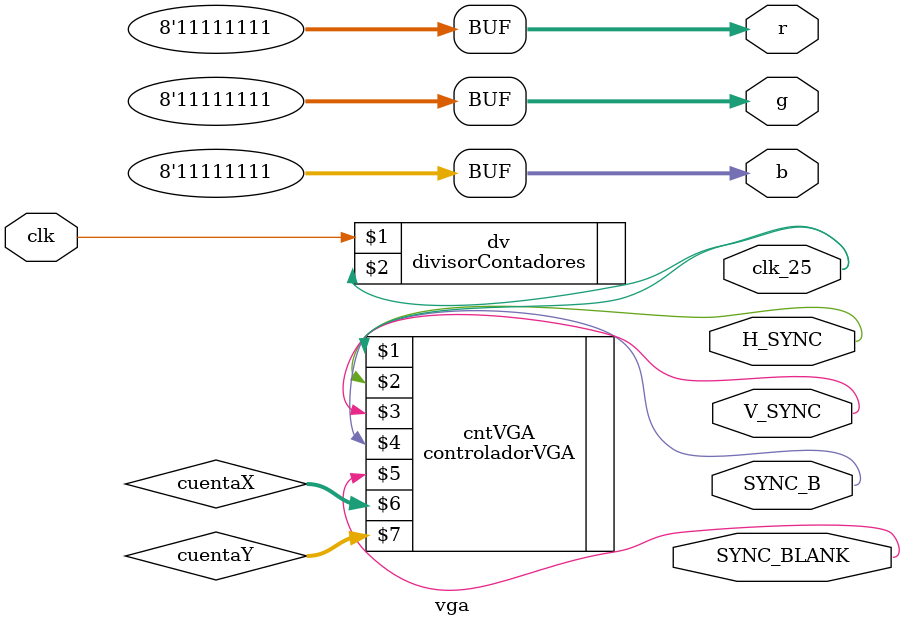
<source format=sv>
module vga (input logic clk,
            output logic clk_25,
				output logic H_SYNC, V_SYNC,
				output logic SYNC_B, SYNC_BLANK,
				output logic [7:0]r,g,b);
				
				
		logic [9:0] cuentaX,cuentaY;
		
				
		
		
//--------------Instancia del divisor de clock-------------------------//
		divisorContadores dv(clk,clk_25);

//--------------Instancia del controlador VGA--------------------------//		
		controladorVGA cntVGA (clk_25,H_SYNC,V_SYNC,SYNC_B,SYNC_BLANK, cuentaX,cuentaY);
		
	assign r = 8'd255;
	assign g = 8'd255;
	assign b = 8'd255;


		
endmodule

</source>
